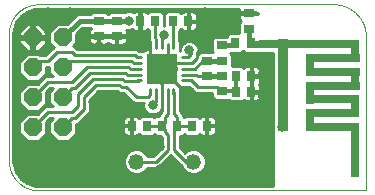
<source format=gtl>
G75*
%MOIN*%
%OFA0B0*%
%FSLAX25Y25*%
%IPPOS*%
%LPD*%
%AMOC8*
5,1,8,0,0,1.08239X$1,22.5*
%
%ADD10C,0.00000*%
%ADD11R,0.33800X0.03000*%
%ADD12R,0.02900X0.07600*%
%ADD13R,0.18000X0.02900*%
%ADD14R,0.02900X0.07500*%
%ADD15R,0.02900X0.06700*%
%ADD16R,0.17900X0.02800*%
%ADD17R,0.02800X0.07400*%
%ADD18R,0.17800X0.02900*%
%ADD19R,0.02800X0.07500*%
%ADD20R,0.17800X0.02800*%
%ADD21R,0.02900X0.18000*%
%ADD22R,0.03200X0.30600*%
%ADD23R,0.03543X0.02756*%
%ADD24R,0.02756X0.03543*%
%ADD25R,0.09900X0.09900*%
%ADD26C,0.01155*%
%ADD27C,0.00800*%
%ADD28C,0.05200*%
%ADD29OC8,0.06000*%
%ADD30C,0.01000*%
%ADD31C,0.01400*%
%ADD32C,0.01600*%
%ADD33C,0.03181*%
%ADD34C,0.01200*%
D10*
X0011350Y0008680D02*
X0120500Y0008680D01*
X0120500Y0059915D01*
X0120497Y0060175D01*
X0120487Y0060435D01*
X0120472Y0060695D01*
X0120450Y0060954D01*
X0120422Y0061212D01*
X0120387Y0061470D01*
X0120346Y0061727D01*
X0120299Y0061983D01*
X0120246Y0062238D01*
X0120187Y0062491D01*
X0120122Y0062743D01*
X0120051Y0062993D01*
X0119973Y0063241D01*
X0119890Y0063488D01*
X0119801Y0063732D01*
X0119705Y0063974D01*
X0119604Y0064214D01*
X0119498Y0064451D01*
X0119385Y0064686D01*
X0119267Y0064917D01*
X0119143Y0065146D01*
X0119014Y0065372D01*
X0118880Y0065595D01*
X0118740Y0065814D01*
X0118595Y0066030D01*
X0118444Y0066242D01*
X0118289Y0066450D01*
X0118128Y0066655D01*
X0117963Y0066856D01*
X0117793Y0067053D01*
X0117618Y0067245D01*
X0117439Y0067434D01*
X0117255Y0067618D01*
X0117066Y0067797D01*
X0116874Y0067972D01*
X0116677Y0068142D01*
X0116476Y0068307D01*
X0116271Y0068468D01*
X0116063Y0068623D01*
X0115851Y0068774D01*
X0115635Y0068919D01*
X0115416Y0069059D01*
X0115193Y0069193D01*
X0114967Y0069322D01*
X0114738Y0069446D01*
X0114507Y0069564D01*
X0114272Y0069677D01*
X0114035Y0069783D01*
X0113795Y0069884D01*
X0113553Y0069980D01*
X0113309Y0070069D01*
X0113062Y0070152D01*
X0112814Y0070230D01*
X0112564Y0070301D01*
X0112312Y0070366D01*
X0112059Y0070425D01*
X0111804Y0070478D01*
X0111548Y0070525D01*
X0111291Y0070566D01*
X0111033Y0070601D01*
X0110775Y0070629D01*
X0110516Y0070651D01*
X0110256Y0070666D01*
X0109996Y0070676D01*
X0109736Y0070679D01*
X0109736Y0070680D02*
X0011312Y0070680D01*
X0011075Y0070677D01*
X0010838Y0070669D01*
X0010601Y0070654D01*
X0010365Y0070634D01*
X0010129Y0070608D01*
X0009894Y0070577D01*
X0009660Y0070540D01*
X0009427Y0070497D01*
X0009195Y0070449D01*
X0008964Y0070395D01*
X0008734Y0070335D01*
X0008506Y0070270D01*
X0008280Y0070200D01*
X0008055Y0070124D01*
X0007833Y0070042D01*
X0007612Y0069956D01*
X0007393Y0069864D01*
X0007177Y0069766D01*
X0006963Y0069664D01*
X0006752Y0069556D01*
X0006544Y0069443D01*
X0006338Y0069326D01*
X0006135Y0069203D01*
X0005935Y0069075D01*
X0005738Y0068943D01*
X0005545Y0068806D01*
X0005355Y0068664D01*
X0005168Y0068518D01*
X0004985Y0068367D01*
X0004805Y0068212D01*
X0004630Y0068053D01*
X0004458Y0067889D01*
X0004291Y0067722D01*
X0004127Y0067550D01*
X0003968Y0067375D01*
X0003813Y0067195D01*
X0003662Y0067012D01*
X0003516Y0066825D01*
X0003374Y0066635D01*
X0003237Y0066442D01*
X0003105Y0066245D01*
X0002977Y0066045D01*
X0002854Y0065842D01*
X0002737Y0065636D01*
X0002624Y0065428D01*
X0002516Y0065217D01*
X0002414Y0065003D01*
X0002316Y0064787D01*
X0002224Y0064568D01*
X0002138Y0064347D01*
X0002056Y0064125D01*
X0001980Y0063900D01*
X0001910Y0063674D01*
X0001845Y0063446D01*
X0001785Y0063216D01*
X0001731Y0062985D01*
X0001683Y0062753D01*
X0001640Y0062520D01*
X0001603Y0062286D01*
X0001572Y0062051D01*
X0001546Y0061815D01*
X0001526Y0061579D01*
X0001511Y0061342D01*
X0001503Y0061105D01*
X0001500Y0060868D01*
X0001500Y0018530D01*
X0001503Y0018292D01*
X0001512Y0018054D01*
X0001526Y0017817D01*
X0001546Y0017579D01*
X0001572Y0017343D01*
X0001603Y0017107D01*
X0001641Y0016872D01*
X0001684Y0016638D01*
X0001732Y0016405D01*
X0001786Y0016173D01*
X0001846Y0015942D01*
X0001911Y0015713D01*
X0001982Y0015486D01*
X0002058Y0015261D01*
X0002140Y0015037D01*
X0002227Y0014816D01*
X0002320Y0014596D01*
X0002417Y0014379D01*
X0002520Y0014165D01*
X0002628Y0013952D01*
X0002741Y0013743D01*
X0002860Y0013536D01*
X0002983Y0013333D01*
X0003111Y0013132D01*
X0003244Y0012935D01*
X0003381Y0012740D01*
X0003523Y0012549D01*
X0003670Y0012362D01*
X0003821Y0012178D01*
X0003977Y0011998D01*
X0004137Y0011822D01*
X0004301Y0011650D01*
X0004470Y0011481D01*
X0004642Y0011317D01*
X0004818Y0011157D01*
X0004998Y0011001D01*
X0005182Y0010850D01*
X0005369Y0010703D01*
X0005560Y0010561D01*
X0005755Y0010424D01*
X0005952Y0010291D01*
X0006153Y0010163D01*
X0006356Y0010040D01*
X0006563Y0009921D01*
X0006772Y0009808D01*
X0006985Y0009700D01*
X0007199Y0009597D01*
X0007416Y0009500D01*
X0007636Y0009407D01*
X0007857Y0009320D01*
X0008081Y0009238D01*
X0008306Y0009162D01*
X0008533Y0009091D01*
X0008762Y0009026D01*
X0008993Y0008966D01*
X0009225Y0008912D01*
X0009458Y0008864D01*
X0009692Y0008821D01*
X0009927Y0008783D01*
X0010163Y0008752D01*
X0010399Y0008726D01*
X0010637Y0008706D01*
X0010874Y0008692D01*
X0011112Y0008683D01*
X0011350Y0008680D01*
D11*
X0101400Y0057480D03*
D12*
X0116950Y0055180D03*
D13*
X0109400Y0052830D03*
X0109400Y0048230D03*
D14*
X0101850Y0050530D03*
D15*
X0116950Y0045530D03*
D16*
X0109450Y0043580D03*
D17*
X0101900Y0041280D03*
X0101900Y0032080D03*
D18*
X0109400Y0029830D03*
X0109400Y0039030D03*
D19*
X0116900Y0036730D03*
D20*
X0109400Y0034380D03*
D21*
X0116850Y0022280D03*
D22*
X0092700Y0043680D03*
D23*
X0072431Y0041661D03*
X0072431Y0046779D03*
X0067431Y0046661D03*
X0067431Y0051779D03*
X0072460Y0051951D03*
X0072460Y0057069D03*
X0081531Y0062561D03*
X0081531Y0067679D03*
X0037500Y0065239D03*
X0031500Y0065239D03*
X0031500Y0060121D03*
X0037500Y0060121D03*
D24*
X0045210Y0065040D03*
X0050328Y0065040D03*
X0056210Y0065040D03*
X0061328Y0065040D03*
X0076972Y0057720D03*
X0082090Y0057720D03*
X0082319Y0046810D03*
X0077201Y0046810D03*
X0077201Y0041610D03*
X0082319Y0041610D03*
X0067490Y0030220D03*
X0062372Y0030220D03*
X0057490Y0030220D03*
X0052372Y0030220D03*
X0047490Y0030220D03*
X0042372Y0030220D03*
D25*
X0052431Y0049220D03*
D26*
X0059238Y0049220D02*
X0060784Y0049220D01*
X0059238Y0049220D02*
X0059238Y0049220D01*
X0060784Y0049220D01*
X0060784Y0049220D01*
X0060784Y0047279D02*
X0059238Y0047279D01*
X0060784Y0047279D02*
X0060784Y0047279D01*
X0059238Y0047279D01*
X0059238Y0047279D01*
X0059238Y0045337D02*
X0060784Y0045337D01*
X0060784Y0045337D01*
X0059238Y0045337D01*
X0059238Y0045337D01*
X0056314Y0042413D02*
X0056314Y0040867D01*
X0056314Y0040867D01*
X0056314Y0042413D01*
X0056314Y0042413D01*
X0056314Y0042021D02*
X0056314Y0042021D01*
X0054372Y0042413D02*
X0054372Y0040867D01*
X0054372Y0040867D01*
X0054372Y0042413D01*
X0054372Y0042413D01*
X0054372Y0042021D02*
X0054372Y0042021D01*
X0052431Y0042413D02*
X0052431Y0040867D01*
X0052431Y0042413D02*
X0052431Y0042413D01*
X0052431Y0040867D01*
X0052431Y0040867D01*
X0052431Y0042021D02*
X0052431Y0042021D01*
X0050489Y0042413D02*
X0050489Y0040867D01*
X0050489Y0042413D02*
X0050489Y0042413D01*
X0050489Y0040867D01*
X0050489Y0040867D01*
X0050489Y0042021D02*
X0050489Y0042021D01*
X0048548Y0042413D02*
X0048548Y0040867D01*
X0048548Y0042413D02*
X0048548Y0042413D01*
X0048548Y0040867D01*
X0048548Y0040867D01*
X0048548Y0042021D02*
X0048548Y0042021D01*
X0045623Y0045337D02*
X0044077Y0045337D01*
X0045623Y0045337D02*
X0045623Y0045337D01*
X0044077Y0045337D01*
X0044077Y0045337D01*
X0044077Y0047279D02*
X0045623Y0047279D01*
X0044077Y0047279D02*
X0044077Y0047279D01*
X0045623Y0047279D01*
X0045623Y0047279D01*
X0045623Y0049220D02*
X0044077Y0049220D01*
X0044077Y0049220D01*
X0045623Y0049220D01*
X0045623Y0049220D01*
X0045623Y0051161D02*
X0044077Y0051161D01*
X0044077Y0051161D01*
X0045623Y0051161D01*
X0045623Y0051161D01*
X0045623Y0053103D02*
X0044077Y0053103D01*
X0044077Y0053103D01*
X0045623Y0053103D01*
X0045623Y0053103D01*
X0048548Y0056027D02*
X0048548Y0057573D01*
X0048548Y0056027D02*
X0048548Y0056027D01*
X0048548Y0057573D01*
X0048548Y0057573D01*
X0048548Y0057181D02*
X0048548Y0057181D01*
X0050489Y0057573D02*
X0050489Y0056027D01*
X0050489Y0056027D01*
X0050489Y0057573D01*
X0050489Y0057573D01*
X0050489Y0057181D02*
X0050489Y0057181D01*
X0052431Y0057573D02*
X0052431Y0056027D01*
X0052431Y0056027D01*
X0052431Y0057573D01*
X0052431Y0057573D01*
X0052431Y0057181D02*
X0052431Y0057181D01*
X0054372Y0057573D02*
X0054372Y0056027D01*
X0054372Y0057573D02*
X0054372Y0057573D01*
X0054372Y0056027D01*
X0054372Y0056027D01*
X0054372Y0057181D02*
X0054372Y0057181D01*
X0056314Y0057573D02*
X0056314Y0056027D01*
X0056314Y0056027D01*
X0056314Y0057573D01*
X0056314Y0057573D01*
X0056314Y0057181D02*
X0056314Y0057181D01*
X0059238Y0053103D02*
X0060784Y0053103D01*
X0059238Y0053103D02*
X0059238Y0053103D01*
X0060784Y0053103D01*
X0060784Y0053103D01*
X0060784Y0051161D02*
X0059238Y0051161D01*
X0059238Y0051161D01*
X0060784Y0051161D01*
X0060784Y0051161D01*
D27*
X0079831Y0035020D03*
X0082231Y0035220D03*
D28*
X0062931Y0018220D03*
X0043931Y0018220D03*
D29*
X0019500Y0029680D03*
X0009500Y0029680D03*
X0009500Y0039680D03*
X0019500Y0039680D03*
X0019500Y0049680D03*
X0009500Y0049680D03*
X0009500Y0059680D03*
X0019500Y0059680D03*
D30*
X0015000Y0059614D02*
X0010000Y0059614D01*
X0010000Y0059180D02*
X0010000Y0060180D01*
X0009000Y0060180D01*
X0009000Y0064180D01*
X0007636Y0064180D01*
X0005000Y0061544D01*
X0005000Y0060180D01*
X0009000Y0060180D01*
X0009000Y0059180D01*
X0005000Y0059180D01*
X0005000Y0057816D01*
X0007636Y0055180D01*
X0009000Y0055180D01*
X0009000Y0059180D01*
X0010000Y0059180D01*
X0014000Y0059180D01*
X0014000Y0057816D01*
X0011364Y0055180D01*
X0010000Y0055180D01*
X0010000Y0059180D01*
X0010000Y0058616D02*
X0009000Y0058616D01*
X0009000Y0057617D02*
X0010000Y0057617D01*
X0010000Y0056619D02*
X0009000Y0056619D01*
X0009000Y0055620D02*
X0010000Y0055620D01*
X0011804Y0055620D02*
X0015612Y0055620D01*
X0016404Y0056412D02*
X0013672Y0053680D01*
X0011864Y0053680D01*
X0011364Y0054180D01*
X0007636Y0054180D01*
X0005000Y0051544D01*
X0005000Y0047816D01*
X0007636Y0045180D01*
X0011364Y0045180D01*
X0014000Y0047816D01*
X0014000Y0049680D01*
X0015000Y0049680D01*
X0015000Y0047816D01*
X0016136Y0046680D01*
X0013672Y0046680D01*
X0011172Y0044180D01*
X0007636Y0044180D01*
X0005000Y0041544D01*
X0005000Y0037816D01*
X0007636Y0035180D01*
X0011364Y0035180D01*
X0014000Y0037816D01*
X0014000Y0041351D01*
X0015328Y0042680D01*
X0016136Y0042680D01*
X0015000Y0041544D01*
X0015000Y0037816D01*
X0016136Y0036680D01*
X0013672Y0036680D01*
X0011172Y0034180D01*
X0007636Y0034180D01*
X0005000Y0031544D01*
X0005000Y0027816D01*
X0007636Y0025180D01*
X0011364Y0025180D01*
X0014000Y0027816D01*
X0014000Y0031351D01*
X0015328Y0032680D01*
X0016136Y0032680D01*
X0015000Y0031544D01*
X0015000Y0027816D01*
X0017636Y0025180D01*
X0021364Y0025180D01*
X0024000Y0027816D01*
X0024000Y0030680D01*
X0024328Y0030680D01*
X0025500Y0031851D01*
X0028500Y0034851D01*
X0028500Y0038851D01*
X0031328Y0041680D01*
X0037672Y0041680D01*
X0038072Y0041280D01*
X0039672Y0041280D01*
X0043272Y0037680D01*
X0046359Y0037680D01*
X0046340Y0037635D01*
X0046340Y0036405D01*
X0046811Y0035269D01*
X0047680Y0034400D01*
X0048816Y0033929D01*
X0050045Y0033929D01*
X0051181Y0034400D01*
X0052051Y0035269D01*
X0052431Y0036187D01*
X0052431Y0035048D01*
X0051431Y0034048D01*
X0051431Y0033491D01*
X0050372Y0033491D01*
X0049931Y0033050D01*
X0049489Y0033491D01*
X0045490Y0033491D01*
X0044931Y0032932D01*
X0044671Y0033192D01*
X0044329Y0033389D01*
X0043947Y0033491D01*
X0042561Y0033491D01*
X0042561Y0030409D01*
X0042183Y0030409D01*
X0042183Y0033491D01*
X0040796Y0033491D01*
X0040415Y0033389D01*
X0040073Y0033192D01*
X0039793Y0032913D01*
X0039596Y0032570D01*
X0039494Y0032189D01*
X0039494Y0030409D01*
X0042183Y0030409D01*
X0042183Y0030031D01*
X0042561Y0030031D01*
X0042561Y0026948D01*
X0043947Y0026948D01*
X0044329Y0027050D01*
X0044671Y0027248D01*
X0044931Y0027508D01*
X0045490Y0026948D01*
X0049489Y0026948D01*
X0049931Y0027390D01*
X0050372Y0026948D01*
X0051874Y0026948D01*
X0052431Y0026391D01*
X0052431Y0023048D01*
X0049602Y0020220D01*
X0047540Y0020220D01*
X0047407Y0020542D01*
X0046253Y0021696D01*
X0044746Y0022320D01*
X0043115Y0022320D01*
X0041608Y0021696D01*
X0040455Y0020542D01*
X0039831Y0019035D01*
X0039831Y0017404D01*
X0040455Y0015897D01*
X0041608Y0014744D01*
X0043115Y0014120D01*
X0044746Y0014120D01*
X0046253Y0014744D01*
X0047407Y0015897D01*
X0047540Y0016220D01*
X0051259Y0016220D01*
X0055431Y0020391D01*
X0055602Y0020220D01*
X0059123Y0016699D01*
X0059455Y0015897D01*
X0060608Y0014744D01*
X0062115Y0014120D01*
X0063746Y0014120D01*
X0065253Y0014744D01*
X0066407Y0015897D01*
X0067031Y0017404D01*
X0067031Y0019035D01*
X0066407Y0020542D01*
X0065253Y0021696D01*
X0063746Y0022320D01*
X0062115Y0022320D01*
X0060608Y0021696D01*
X0060196Y0021283D01*
X0058431Y0023048D01*
X0058431Y0026948D01*
X0059489Y0026948D01*
X0059931Y0027390D01*
X0060372Y0026948D01*
X0064371Y0026948D01*
X0064931Y0027508D01*
X0065191Y0027248D01*
X0065533Y0027050D01*
X0065914Y0026948D01*
X0067301Y0026948D01*
X0067301Y0030031D01*
X0067679Y0030031D01*
X0067679Y0030409D01*
X0070368Y0030409D01*
X0070368Y0032189D01*
X0070265Y0032570D01*
X0070068Y0032913D01*
X0069789Y0033192D01*
X0069447Y0033389D01*
X0069065Y0033491D01*
X0067679Y0033491D01*
X0067679Y0030409D01*
X0067301Y0030409D01*
X0067301Y0033491D01*
X0065914Y0033491D01*
X0065533Y0033389D01*
X0065191Y0033192D01*
X0064931Y0032932D01*
X0064371Y0033491D01*
X0060372Y0033491D01*
X0059931Y0033050D01*
X0059489Y0033491D01*
X0059431Y0033491D01*
X0059431Y0034048D01*
X0058431Y0035048D01*
X0058431Y0042351D01*
X0058391Y0042390D01*
X0058391Y0043159D01*
X0058492Y0043260D01*
X0061563Y0043260D01*
X0062431Y0042391D01*
X0063602Y0041220D01*
X0069159Y0041220D01*
X0069159Y0039662D01*
X0070038Y0038783D01*
X0074757Y0038783D01*
X0075202Y0038339D01*
X0079200Y0038339D01*
X0079760Y0038899D01*
X0080020Y0038638D01*
X0080362Y0038441D01*
X0080743Y0038339D01*
X0082130Y0038339D01*
X0082130Y0041421D01*
X0082508Y0041421D01*
X0082508Y0038339D01*
X0083894Y0038339D01*
X0084276Y0038441D01*
X0084618Y0038638D01*
X0084897Y0038918D01*
X0085095Y0039260D01*
X0085197Y0039641D01*
X0085197Y0041421D01*
X0082508Y0041421D01*
X0082508Y0041799D01*
X0085197Y0041799D01*
X0085197Y0043580D01*
X0085095Y0043961D01*
X0084951Y0044210D01*
X0085095Y0044460D01*
X0085197Y0044841D01*
X0085197Y0046621D01*
X0082508Y0046621D01*
X0082508Y0043539D01*
X0082508Y0041799D01*
X0082130Y0041799D01*
X0082130Y0046621D01*
X0082508Y0046621D01*
X0082508Y0046999D01*
X0085197Y0046999D01*
X0085197Y0048780D01*
X0085095Y0049161D01*
X0084897Y0049503D01*
X0084618Y0049782D01*
X0084276Y0049980D01*
X0083894Y0050082D01*
X0082508Y0050082D01*
X0082508Y0046999D01*
X0082130Y0046999D01*
X0082130Y0050082D01*
X0080743Y0050082D01*
X0080362Y0049980D01*
X0080020Y0049782D01*
X0079760Y0049522D01*
X0079200Y0050082D01*
X0075731Y0050082D01*
X0075731Y0053951D01*
X0075234Y0054448D01*
X0078971Y0054448D01*
X0079531Y0055008D01*
X0080090Y0054448D01*
X0084089Y0054448D01*
X0084121Y0054480D01*
X0089500Y0054480D01*
X0089500Y0010180D01*
X0011350Y0010180D01*
X0010044Y0010282D01*
X0007559Y0011090D01*
X0005446Y0012625D01*
X0003910Y0014739D01*
X0003103Y0017223D01*
X0003000Y0018530D01*
X0003000Y0060868D01*
X0003102Y0062168D01*
X0003906Y0064641D01*
X0005434Y0066745D01*
X0007538Y0068274D01*
X0010011Y0069077D01*
X0011312Y0069180D01*
X0078259Y0069180D01*
X0078259Y0067868D01*
X0081342Y0067868D01*
X0081342Y0067490D01*
X0078259Y0067490D01*
X0078259Y0066103D01*
X0078361Y0065722D01*
X0078559Y0065380D01*
X0078819Y0065120D01*
X0078259Y0064560D01*
X0078259Y0060991D01*
X0074972Y0060991D01*
X0074094Y0060113D01*
X0074094Y0059947D01*
X0070067Y0059947D01*
X0069188Y0059069D01*
X0069188Y0055070D01*
X0069602Y0054657D01*
X0065038Y0054657D01*
X0064463Y0054082D01*
X0064721Y0054705D01*
X0064721Y0055935D01*
X0064251Y0057070D01*
X0063381Y0057940D01*
X0062245Y0058410D01*
X0061016Y0058410D01*
X0059880Y0057940D01*
X0059011Y0057070D01*
X0058540Y0055935D01*
X0058540Y0055180D01*
X0058491Y0055180D01*
X0058391Y0055281D01*
X0058391Y0058433D01*
X0058210Y0058614D01*
X0058210Y0061769D01*
X0058769Y0062328D01*
X0059029Y0062068D01*
X0059371Y0061870D01*
X0059753Y0061768D01*
X0061139Y0061768D01*
X0061139Y0064850D01*
X0061517Y0064850D01*
X0061517Y0061768D01*
X0062904Y0061768D01*
X0063285Y0061870D01*
X0063627Y0062068D01*
X0063907Y0062347D01*
X0064104Y0062689D01*
X0064206Y0063070D01*
X0064206Y0064851D01*
X0061517Y0064851D01*
X0061517Y0065229D01*
X0061139Y0065229D01*
X0061139Y0068311D01*
X0059753Y0068311D01*
X0059371Y0068209D01*
X0059029Y0068011D01*
X0058769Y0067751D01*
X0058210Y0068311D01*
X0054211Y0068311D01*
X0053332Y0067433D01*
X0053332Y0063610D01*
X0053206Y0063610D01*
X0053206Y0067433D01*
X0052328Y0068311D01*
X0048329Y0068311D01*
X0047769Y0067751D01*
X0047509Y0068011D01*
X0047167Y0068209D01*
X0046786Y0068311D01*
X0045399Y0068311D01*
X0045399Y0065229D01*
X0045021Y0065229D01*
X0045021Y0068311D01*
X0043635Y0068311D01*
X0043253Y0068209D01*
X0042911Y0068011D01*
X0042869Y0067969D01*
X0042045Y0068310D01*
X0040816Y0068310D01*
X0040026Y0067983D01*
X0039893Y0068117D01*
X0035107Y0068117D01*
X0034529Y0067539D01*
X0034471Y0067539D01*
X0033893Y0068117D01*
X0029107Y0068117D01*
X0028529Y0067539D01*
X0024106Y0067539D01*
X0020747Y0064180D01*
X0017636Y0064180D01*
X0015000Y0061544D01*
X0015000Y0057816D01*
X0016404Y0056412D01*
X0016197Y0056619D02*
X0012803Y0056619D01*
X0013801Y0057617D02*
X0015199Y0057617D01*
X0015000Y0058616D02*
X0014000Y0058616D01*
X0014000Y0060180D02*
X0010000Y0060180D01*
X0010000Y0064180D01*
X0011364Y0064180D01*
X0014000Y0061544D01*
X0014000Y0060180D01*
X0014000Y0060613D02*
X0015000Y0060613D01*
X0015068Y0061611D02*
X0013932Y0061611D01*
X0012934Y0062610D02*
X0016066Y0062610D01*
X0017065Y0063608D02*
X0011935Y0063608D01*
X0010000Y0063608D02*
X0009000Y0063608D01*
X0009000Y0062610D02*
X0010000Y0062610D01*
X0010000Y0061611D02*
X0009000Y0061611D01*
X0009000Y0060613D02*
X0010000Y0060613D01*
X0009000Y0059614D02*
X0003000Y0059614D01*
X0003000Y0060613D02*
X0005000Y0060613D01*
X0005068Y0061611D02*
X0003058Y0061611D01*
X0003246Y0062610D02*
X0006066Y0062610D01*
X0007065Y0063608D02*
X0003570Y0063608D01*
X0003895Y0064607D02*
X0021174Y0064607D01*
X0022173Y0065605D02*
X0004606Y0065605D01*
X0005332Y0066604D02*
X0023171Y0066604D01*
X0026012Y0062939D02*
X0028529Y0062939D01*
X0028788Y0062680D01*
X0028528Y0062420D01*
X0028331Y0062078D01*
X0028228Y0061696D01*
X0028228Y0060310D01*
X0031311Y0060310D01*
X0031311Y0059932D01*
X0028228Y0059932D01*
X0028228Y0058545D01*
X0028331Y0058164D01*
X0028528Y0057822D01*
X0028807Y0057542D01*
X0029149Y0057345D01*
X0029531Y0057243D01*
X0031311Y0057243D01*
X0031311Y0059932D01*
X0031689Y0059932D01*
X0031689Y0060310D01*
X0037311Y0060310D01*
X0037311Y0059932D01*
X0034228Y0059932D01*
X0031689Y0059932D01*
X0031689Y0057243D01*
X0033469Y0057243D01*
X0033851Y0057345D01*
X0034193Y0057542D01*
X0034472Y0057822D01*
X0034500Y0057870D01*
X0034528Y0057822D01*
X0034807Y0057542D01*
X0035149Y0057345D01*
X0035531Y0057243D01*
X0037311Y0057243D01*
X0037311Y0059932D01*
X0037689Y0059932D01*
X0037689Y0060310D01*
X0040772Y0060310D01*
X0040772Y0061696D01*
X0040669Y0062078D01*
X0040584Y0062225D01*
X0040816Y0062129D01*
X0042045Y0062129D01*
X0042620Y0062367D01*
X0042632Y0062347D01*
X0042911Y0062068D01*
X0043253Y0061870D01*
X0043635Y0061768D01*
X0045021Y0061768D01*
X0045021Y0064850D01*
X0045399Y0064850D01*
X0045399Y0061768D01*
X0046786Y0061768D01*
X0047167Y0061870D01*
X0047509Y0062068D01*
X0047769Y0062328D01*
X0048328Y0061769D01*
X0048328Y0058494D01*
X0048411Y0058411D01*
X0048411Y0055670D01*
X0047283Y0055670D01*
X0046902Y0055568D01*
X0046560Y0055370D01*
X0046370Y0055180D01*
X0044828Y0055180D01*
X0044328Y0055680D01*
X0024328Y0055680D01*
X0023328Y0056680D01*
X0022864Y0056680D01*
X0024000Y0057816D01*
X0024000Y0060927D01*
X0026012Y0062939D01*
X0025683Y0062610D02*
X0028718Y0062610D01*
X0028228Y0061611D02*
X0024684Y0061611D01*
X0024000Y0060613D02*
X0028228Y0060613D01*
X0028228Y0059614D02*
X0024000Y0059614D01*
X0024000Y0058616D02*
X0028228Y0058616D01*
X0028733Y0057617D02*
X0023801Y0057617D01*
X0023389Y0056619D02*
X0048411Y0056619D01*
X0048531Y0056783D02*
X0048531Y0053120D01*
X0052431Y0049220D01*
X0050371Y0051280D01*
X0050300Y0051280D01*
X0050300Y0047280D01*
X0051931Y0047632D02*
X0052931Y0047632D01*
X0052931Y0046634D02*
X0051931Y0046634D01*
X0052431Y0046120D02*
X0053140Y0046120D01*
X0054300Y0047280D01*
X0052931Y0048631D02*
X0051931Y0048631D01*
X0051931Y0048720D02*
X0051931Y0044429D01*
X0052157Y0044490D01*
X0052431Y0044490D01*
X0052431Y0043409D01*
X0052431Y0043409D01*
X0052431Y0043409D01*
X0052431Y0044490D01*
X0052704Y0044490D01*
X0052931Y0044429D01*
X0052931Y0048720D01*
X0057161Y0048720D01*
X0057161Y0049720D01*
X0052931Y0049720D01*
X0052931Y0048720D01*
X0051931Y0048720D01*
X0047700Y0048720D01*
X0047700Y0049720D01*
X0051931Y0049720D01*
X0051931Y0053950D01*
X0052931Y0053950D01*
X0052931Y0049720D01*
X0051931Y0049720D01*
X0051931Y0048720D01*
X0052431Y0049220D02*
X0052431Y0046120D01*
X0052831Y0045720D01*
X0052431Y0045320D01*
X0052431Y0041640D01*
X0052431Y0035220D01*
X0051431Y0034220D01*
X0043431Y0034220D01*
X0041500Y0036151D01*
X0041500Y0036680D01*
X0042306Y0038645D02*
X0028500Y0038645D01*
X0028500Y0037647D02*
X0046345Y0037647D01*
X0046340Y0036648D02*
X0028500Y0036648D01*
X0028500Y0035650D02*
X0046653Y0035650D01*
X0047428Y0034651D02*
X0028300Y0034651D01*
X0027302Y0033653D02*
X0051431Y0033653D01*
X0051433Y0034651D02*
X0052034Y0034651D01*
X0052208Y0035650D02*
X0052431Y0035650D01*
X0054431Y0034220D02*
X0053431Y0033220D01*
X0053431Y0031279D01*
X0052372Y0030220D01*
X0047490Y0030220D01*
X0052372Y0030220D02*
X0053431Y0029161D01*
X0053431Y0028220D01*
X0054431Y0027220D01*
X0054431Y0022220D01*
X0050431Y0018220D01*
X0043931Y0018220D01*
X0040131Y0016678D02*
X0003280Y0016678D01*
X0003604Y0015680D02*
X0040673Y0015680D01*
X0041760Y0014681D02*
X0003952Y0014681D01*
X0004677Y0013683D02*
X0089500Y0013683D01*
X0089500Y0012684D02*
X0005403Y0012684D01*
X0006739Y0011686D02*
X0089500Y0011686D01*
X0089500Y0010687D02*
X0008798Y0010687D01*
X0003067Y0017677D02*
X0039831Y0017677D01*
X0039831Y0018675D02*
X0003000Y0018675D01*
X0003000Y0019674D02*
X0040095Y0019674D01*
X0040585Y0020672D02*
X0003000Y0020672D01*
X0003000Y0021671D02*
X0041583Y0021671D01*
X0046278Y0021671D02*
X0051053Y0021671D01*
X0052052Y0022669D02*
X0003000Y0022669D01*
X0003000Y0023668D02*
X0052431Y0023668D01*
X0052431Y0024666D02*
X0003000Y0024666D01*
X0003000Y0025665D02*
X0007151Y0025665D01*
X0006152Y0026663D02*
X0003000Y0026663D01*
X0003000Y0027662D02*
X0005154Y0027662D01*
X0005000Y0028660D02*
X0003000Y0028660D01*
X0003000Y0029659D02*
X0005000Y0029659D01*
X0005000Y0030657D02*
X0003000Y0030657D01*
X0003000Y0031656D02*
X0005112Y0031656D01*
X0006111Y0032654D02*
X0003000Y0032654D01*
X0003000Y0033653D02*
X0007109Y0033653D01*
X0007166Y0035650D02*
X0003000Y0035650D01*
X0003000Y0034651D02*
X0011643Y0034651D01*
X0011834Y0035650D02*
X0012642Y0035650D01*
X0014500Y0034680D02*
X0009500Y0029680D01*
X0012848Y0026663D02*
X0016152Y0026663D01*
X0015154Y0027662D02*
X0013846Y0027662D01*
X0014000Y0028660D02*
X0015000Y0028660D01*
X0015000Y0029659D02*
X0014000Y0029659D01*
X0014000Y0030657D02*
X0015000Y0030657D01*
X0015112Y0031656D02*
X0014305Y0031656D01*
X0015303Y0032654D02*
X0016111Y0032654D01*
X0014500Y0034680D02*
X0022500Y0034680D01*
X0024500Y0036680D01*
X0024500Y0040680D01*
X0029500Y0045680D01*
X0039500Y0045680D01*
X0039960Y0045220D01*
X0044733Y0045220D01*
X0044850Y0045337D01*
X0044792Y0047220D02*
X0040960Y0047220D01*
X0040500Y0047680D01*
X0028500Y0047680D01*
X0023500Y0042680D01*
X0022500Y0042680D01*
X0019500Y0039680D01*
X0015000Y0039644D02*
X0014000Y0039644D01*
X0014000Y0040642D02*
X0015000Y0040642D01*
X0015097Y0041641D02*
X0014290Y0041641D01*
X0015288Y0042639D02*
X0016096Y0042639D01*
X0014500Y0044680D02*
X0009500Y0039680D01*
X0005000Y0039644D02*
X0003000Y0039644D01*
X0003000Y0040642D02*
X0005000Y0040642D01*
X0005097Y0041641D02*
X0003000Y0041641D01*
X0003000Y0042639D02*
X0006096Y0042639D01*
X0007094Y0043638D02*
X0003000Y0043638D01*
X0003000Y0044637D02*
X0011628Y0044637D01*
X0011819Y0045635D02*
X0012627Y0045635D01*
X0014500Y0044680D02*
X0022500Y0044680D01*
X0027500Y0049680D01*
X0041500Y0049680D01*
X0041960Y0049220D01*
X0044850Y0049220D01*
X0044850Y0047279D02*
X0044792Y0047220D01*
X0047700Y0049629D02*
X0051931Y0049629D01*
X0052431Y0049220D02*
X0052431Y0050120D01*
X0054431Y0052120D01*
X0054431Y0056741D01*
X0054372Y0056800D01*
X0052431Y0056800D02*
X0052431Y0059720D01*
X0053231Y0060520D01*
X0050431Y0059220D02*
X0050328Y0059322D01*
X0050328Y0065040D01*
X0053206Y0064607D02*
X0053332Y0064607D01*
X0053332Y0065605D02*
X0053206Y0065605D01*
X0053206Y0066604D02*
X0053332Y0066604D01*
X0053502Y0067602D02*
X0053037Y0067602D01*
X0056210Y0065040D02*
X0056210Y0056904D01*
X0056314Y0056800D01*
X0058391Y0056619D02*
X0058824Y0056619D01*
X0058540Y0055620D02*
X0058391Y0055620D01*
X0058391Y0057617D02*
X0059557Y0057617D01*
X0058210Y0058616D02*
X0069188Y0058616D01*
X0069188Y0057617D02*
X0063704Y0057617D01*
X0064438Y0056619D02*
X0069188Y0056619D01*
X0069188Y0055620D02*
X0064721Y0055620D01*
X0065495Y0056084D02*
X0061328Y0060251D01*
X0061328Y0065040D01*
X0061517Y0065229D02*
X0061517Y0068311D01*
X0062904Y0068311D01*
X0063285Y0068209D01*
X0063627Y0068011D01*
X0063907Y0067732D01*
X0064104Y0067390D01*
X0064206Y0067009D01*
X0064206Y0065229D01*
X0061517Y0065229D01*
X0061517Y0065605D02*
X0061139Y0065605D01*
X0061139Y0066604D02*
X0061517Y0066604D01*
X0061517Y0067602D02*
X0061139Y0067602D01*
X0063982Y0067602D02*
X0081342Y0067602D01*
X0081720Y0067602D02*
X0084500Y0067602D01*
X0084500Y0067490D02*
X0081720Y0067490D01*
X0081720Y0067868D01*
X0084500Y0067868D01*
X0084500Y0067490D01*
X0078259Y0066604D02*
X0064206Y0066604D01*
X0064206Y0065605D02*
X0078429Y0065605D01*
X0078306Y0064607D02*
X0064206Y0064607D01*
X0064206Y0063608D02*
X0078259Y0063608D01*
X0078259Y0062610D02*
X0064058Y0062610D01*
X0061517Y0062610D02*
X0061139Y0062610D01*
X0061139Y0063608D02*
X0061517Y0063608D01*
X0061517Y0064607D02*
X0061139Y0064607D01*
X0058210Y0061611D02*
X0078259Y0061611D01*
X0074594Y0060613D02*
X0058210Y0060613D01*
X0058210Y0059614D02*
X0069734Y0059614D01*
X0065931Y0056520D02*
X0065495Y0056084D01*
X0064231Y0054820D01*
X0064231Y0052920D01*
X0062431Y0051120D01*
X0060052Y0051120D01*
X0060011Y0051161D01*
X0055989Y0051161D01*
X0055931Y0051220D01*
X0054431Y0051220D01*
X0052431Y0049220D01*
X0052931Y0049629D02*
X0057161Y0049629D01*
X0060011Y0049220D02*
X0063431Y0049220D01*
X0065990Y0051779D01*
X0067431Y0051779D01*
X0065003Y0054622D02*
X0064687Y0054622D01*
X0062231Y0054720D02*
X0062231Y0054020D01*
X0061314Y0053103D01*
X0060011Y0053103D01*
X0061631Y0055320D02*
X0062231Y0054720D01*
X0052931Y0053623D02*
X0051931Y0053623D01*
X0051931Y0052625D02*
X0052931Y0052625D01*
X0052931Y0051626D02*
X0051931Y0051626D01*
X0051931Y0050628D02*
X0052931Y0050628D01*
X0048531Y0053120D02*
X0048514Y0053103D01*
X0044850Y0053103D02*
X0044077Y0053103D01*
X0043500Y0053680D01*
X0023500Y0053680D01*
X0022500Y0054680D01*
X0017500Y0054680D01*
X0014500Y0051680D01*
X0011500Y0051680D01*
X0009500Y0049680D01*
X0005000Y0049629D02*
X0003000Y0049629D01*
X0003000Y0050628D02*
X0005000Y0050628D01*
X0005082Y0051626D02*
X0003000Y0051626D01*
X0003000Y0052625D02*
X0006081Y0052625D01*
X0007079Y0053623D02*
X0003000Y0053623D01*
X0003000Y0054622D02*
X0014614Y0054622D01*
X0015000Y0049629D02*
X0014000Y0049629D01*
X0014000Y0048631D02*
X0015000Y0048631D01*
X0015184Y0047632D02*
X0013816Y0047632D01*
X0013625Y0046634D02*
X0012818Y0046634D01*
X0007181Y0045635D02*
X0003000Y0045635D01*
X0003000Y0046634D02*
X0006182Y0046634D01*
X0005184Y0047632D02*
X0003000Y0047632D01*
X0003000Y0048631D02*
X0005000Y0048631D01*
X0003000Y0055620D02*
X0007196Y0055620D01*
X0006197Y0056619D02*
X0003000Y0056619D01*
X0003000Y0057617D02*
X0005199Y0057617D01*
X0005000Y0058616D02*
X0003000Y0058616D01*
X0006614Y0067602D02*
X0028593Y0067602D01*
X0034407Y0067602D02*
X0034593Y0067602D01*
X0040772Y0061611D02*
X0048328Y0061611D01*
X0048328Y0060613D02*
X0040772Y0060613D01*
X0040772Y0059932D02*
X0037689Y0059932D01*
X0037689Y0057243D01*
X0039469Y0057243D01*
X0039851Y0057345D01*
X0040193Y0057542D01*
X0040472Y0057822D01*
X0040669Y0058164D01*
X0040772Y0058545D01*
X0040772Y0059932D01*
X0040772Y0059614D02*
X0048328Y0059614D01*
X0050431Y0059220D02*
X0050431Y0056858D01*
X0050489Y0056800D01*
X0048548Y0056800D02*
X0048548Y0058303D01*
X0045210Y0061640D01*
X0045210Y0065040D01*
X0045021Y0064607D02*
X0045399Y0064607D01*
X0045399Y0063608D02*
X0045021Y0063608D01*
X0045021Y0062610D02*
X0045399Y0062610D01*
X0045399Y0065605D02*
X0045021Y0065605D01*
X0045021Y0066604D02*
X0045399Y0066604D01*
X0045399Y0067602D02*
X0045021Y0067602D01*
X0037689Y0059614D02*
X0037311Y0059614D01*
X0037311Y0058616D02*
X0037689Y0058616D01*
X0037689Y0057617D02*
X0037311Y0057617D01*
X0034733Y0057617D02*
X0034267Y0057617D01*
X0031689Y0057617D02*
X0031311Y0057617D01*
X0031500Y0056680D02*
X0031500Y0060121D01*
X0031311Y0059614D02*
X0031689Y0059614D01*
X0031689Y0058616D02*
X0031311Y0058616D01*
X0040267Y0057617D02*
X0048411Y0057617D01*
X0048548Y0056800D02*
X0048531Y0056783D01*
X0047098Y0055620D02*
X0044388Y0055620D01*
X0040772Y0058616D02*
X0048328Y0058616D01*
X0044850Y0051161D02*
X0043019Y0051161D01*
X0042500Y0051680D01*
X0021500Y0051680D01*
X0019500Y0049680D01*
X0026500Y0039680D02*
X0030500Y0043680D01*
X0038500Y0043680D01*
X0038900Y0043280D01*
X0040500Y0043280D01*
X0044100Y0039680D01*
X0047900Y0039680D01*
X0048548Y0040327D01*
X0048548Y0041640D01*
X0050489Y0041640D02*
X0050489Y0038079D01*
X0049431Y0037020D01*
X0054431Y0034220D02*
X0054431Y0041581D01*
X0054372Y0041640D01*
X0056314Y0041640D02*
X0056431Y0041523D01*
X0056431Y0034220D01*
X0057431Y0033220D01*
X0057431Y0030279D01*
X0057490Y0030220D01*
X0062372Y0030220D01*
X0057490Y0030220D02*
X0056431Y0029161D01*
X0056431Y0022220D01*
X0060431Y0018220D01*
X0062931Y0018220D01*
X0066730Y0016678D02*
X0089500Y0016678D01*
X0089500Y0015680D02*
X0066189Y0015680D01*
X0065101Y0014681D02*
X0089500Y0014681D01*
X0089500Y0017677D02*
X0067031Y0017677D01*
X0067031Y0018675D02*
X0089500Y0018675D01*
X0089500Y0019674D02*
X0066766Y0019674D01*
X0066277Y0020672D02*
X0089500Y0020672D01*
X0089500Y0021671D02*
X0065278Y0021671D01*
X0060583Y0021671D02*
X0059808Y0021671D01*
X0058810Y0022669D02*
X0089500Y0022669D01*
X0089500Y0023668D02*
X0058431Y0023668D01*
X0058431Y0024666D02*
X0089500Y0024666D01*
X0089500Y0025665D02*
X0058431Y0025665D01*
X0058431Y0026663D02*
X0089500Y0026663D01*
X0089500Y0027662D02*
X0070146Y0027662D01*
X0070068Y0027527D02*
X0070265Y0027869D01*
X0070368Y0028251D01*
X0070368Y0030031D01*
X0067679Y0030031D01*
X0067679Y0026948D01*
X0069065Y0026948D01*
X0069447Y0027050D01*
X0069789Y0027248D01*
X0070068Y0027527D01*
X0070368Y0028660D02*
X0089500Y0028660D01*
X0089500Y0029659D02*
X0070368Y0029659D01*
X0070368Y0030657D02*
X0089500Y0030657D01*
X0089500Y0031656D02*
X0070368Y0031656D01*
X0070217Y0032654D02*
X0089500Y0032654D01*
X0089500Y0033653D02*
X0059431Y0033653D01*
X0059431Y0034220D02*
X0059031Y0034620D01*
X0059031Y0042620D01*
X0056031Y0045620D01*
X0056031Y0045720D01*
X0052831Y0045720D01*
X0052931Y0045635D02*
X0051931Y0045635D01*
X0051931Y0044637D02*
X0052931Y0044637D01*
X0052431Y0043638D02*
X0052431Y0043638D01*
X0058391Y0042639D02*
X0062183Y0042639D01*
X0063181Y0041641D02*
X0058431Y0041641D01*
X0058431Y0040642D02*
X0069159Y0040642D01*
X0069177Y0039644D02*
X0058431Y0039644D01*
X0058431Y0038645D02*
X0074895Y0038645D01*
X0072431Y0041661D02*
X0070872Y0043220D01*
X0064431Y0043220D01*
X0062313Y0045337D01*
X0060011Y0045337D01*
X0060070Y0047220D02*
X0063831Y0047220D01*
X0064390Y0046661D01*
X0067431Y0046661D01*
X0060070Y0047220D02*
X0060011Y0047279D01*
X0058431Y0037647D02*
X0089500Y0037647D01*
X0089500Y0038645D02*
X0084625Y0038645D01*
X0085197Y0039644D02*
X0089500Y0039644D01*
X0089500Y0040642D02*
X0085197Y0040642D01*
X0082508Y0040642D02*
X0082130Y0040642D01*
X0082130Y0039644D02*
X0082508Y0039644D01*
X0082508Y0038645D02*
X0082130Y0038645D01*
X0080013Y0038645D02*
X0079507Y0038645D01*
X0082508Y0041641D02*
X0089500Y0041641D01*
X0089500Y0042639D02*
X0085197Y0042639D01*
X0085181Y0043638D02*
X0089500Y0043638D01*
X0089500Y0044637D02*
X0085142Y0044637D01*
X0085197Y0045635D02*
X0089500Y0045635D01*
X0089500Y0046634D02*
X0082508Y0046634D01*
X0082508Y0047632D02*
X0082130Y0047632D01*
X0082130Y0048631D02*
X0082508Y0048631D01*
X0082508Y0049629D02*
X0082130Y0049629D01*
X0079867Y0049629D02*
X0079653Y0049629D01*
X0075731Y0050628D02*
X0089500Y0050628D01*
X0089500Y0051626D02*
X0075731Y0051626D01*
X0075731Y0052625D02*
X0089500Y0052625D01*
X0089500Y0053623D02*
X0075731Y0053623D01*
X0079144Y0054622D02*
X0079917Y0054622D01*
X0084771Y0049629D02*
X0089500Y0049629D01*
X0089500Y0048631D02*
X0085197Y0048631D01*
X0085197Y0047632D02*
X0089500Y0047632D01*
X0082508Y0045635D02*
X0082130Y0045635D01*
X0082130Y0044637D02*
X0082508Y0044637D01*
X0082508Y0043638D02*
X0082130Y0043638D01*
X0082130Y0042639D02*
X0082508Y0042639D01*
X0089500Y0036648D02*
X0058431Y0036648D01*
X0058431Y0035650D02*
X0089500Y0035650D01*
X0089500Y0034651D02*
X0058828Y0034651D01*
X0059431Y0034220D02*
X0066431Y0034220D01*
X0067431Y0033220D01*
X0067431Y0030279D01*
X0067490Y0030220D01*
X0067301Y0030657D02*
X0067679Y0030657D01*
X0067679Y0031656D02*
X0067301Y0031656D01*
X0067301Y0032654D02*
X0067679Y0032654D01*
X0067679Y0029659D02*
X0067301Y0029659D01*
X0067301Y0028660D02*
X0067679Y0028660D01*
X0067679Y0027662D02*
X0067301Y0027662D01*
X0056148Y0019674D02*
X0054713Y0019674D01*
X0053715Y0018675D02*
X0057147Y0018675D01*
X0058145Y0017677D02*
X0052716Y0017677D01*
X0051717Y0016678D02*
X0059131Y0016678D01*
X0059673Y0015680D02*
X0047189Y0015680D01*
X0046101Y0014681D02*
X0060760Y0014681D01*
X0050055Y0020672D02*
X0047277Y0020672D01*
X0052431Y0025665D02*
X0021849Y0025665D01*
X0022848Y0026663D02*
X0052159Y0026663D01*
X0042561Y0027662D02*
X0042183Y0027662D01*
X0042183Y0026948D02*
X0040796Y0026948D01*
X0040415Y0027050D01*
X0040073Y0027248D01*
X0039793Y0027527D01*
X0039596Y0027869D01*
X0039494Y0028251D01*
X0039494Y0030031D01*
X0042183Y0030031D01*
X0042183Y0026948D01*
X0042183Y0028660D02*
X0042561Y0028660D01*
X0042561Y0029659D02*
X0042183Y0029659D01*
X0042372Y0030220D02*
X0042372Y0033161D01*
X0043431Y0034220D01*
X0042561Y0032654D02*
X0042183Y0032654D01*
X0042183Y0031656D02*
X0042561Y0031656D01*
X0042561Y0030657D02*
X0042183Y0030657D01*
X0039644Y0032654D02*
X0026303Y0032654D01*
X0025305Y0031656D02*
X0039494Y0031656D01*
X0039494Y0030657D02*
X0024000Y0030657D01*
X0024000Y0029659D02*
X0039494Y0029659D01*
X0039494Y0028660D02*
X0024000Y0028660D01*
X0023846Y0027662D02*
X0039716Y0027662D01*
X0026500Y0035680D02*
X0023500Y0032680D01*
X0022500Y0032680D01*
X0019500Y0029680D01*
X0017151Y0025665D02*
X0011849Y0025665D01*
X0026500Y0035680D02*
X0026500Y0039680D01*
X0029293Y0039644D02*
X0041307Y0039644D01*
X0040309Y0040642D02*
X0030291Y0040642D01*
X0031290Y0041641D02*
X0037710Y0041641D01*
X0015169Y0037647D02*
X0013831Y0037647D01*
X0014000Y0038645D02*
X0015000Y0038645D01*
X0013640Y0036648D02*
X0012833Y0036648D01*
X0006167Y0036648D02*
X0003000Y0036648D01*
X0003000Y0037647D02*
X0005169Y0037647D01*
X0005000Y0038645D02*
X0003000Y0038645D01*
X0008545Y0068601D02*
X0078259Y0068601D01*
X0086100Y0035880D02*
X0086431Y0035549D01*
D31*
X0065931Y0056520D02*
X0067295Y0057884D01*
X0070891Y0061480D01*
D32*
X0074500Y0064680D02*
X0076500Y0064680D01*
X0081531Y0062561D02*
X0081531Y0057080D01*
X0087700Y0057080D01*
X0087700Y0057680D01*
X0087500Y0057680D01*
X0087500Y0057720D01*
X0082090Y0057720D01*
X0076972Y0057720D02*
X0076972Y0057069D01*
X0072460Y0057069D01*
X0067295Y0057884D02*
X0066500Y0058680D01*
X0065500Y0058680D01*
X0067431Y0051779D02*
X0072460Y0051779D01*
X0072460Y0051951D01*
X0067490Y0051720D02*
X0067431Y0051779D01*
X0067431Y0046661D02*
X0072313Y0046661D01*
X0072431Y0046779D01*
X0082319Y0046810D02*
X0085031Y0046810D01*
X0086100Y0047880D01*
X0086100Y0043880D01*
X0086100Y0039880D01*
X0084369Y0041610D01*
X0082319Y0041610D01*
X0086100Y0039880D02*
X0086100Y0035880D01*
X0086100Y0047880D02*
X0086100Y0051880D01*
X0083500Y0067679D02*
X0081531Y0067679D01*
X0083500Y0067679D02*
X0083500Y0067680D01*
X0045210Y0061640D02*
X0043691Y0060121D01*
X0043691Y0058870D01*
X0042500Y0057680D01*
X0043691Y0060121D02*
X0037500Y0060121D01*
X0031500Y0060121D01*
X0031500Y0065239D02*
X0025059Y0065239D01*
X0019500Y0059680D01*
X0031500Y0065239D02*
X0037500Y0065239D01*
X0041431Y0065239D01*
X0041431Y0065220D01*
D33*
X0041431Y0065220D03*
X0042500Y0057680D03*
X0050300Y0051280D03*
X0054500Y0051280D03*
X0054300Y0047280D03*
X0050300Y0047280D03*
X0061631Y0055320D03*
X0065500Y0058680D03*
X0074500Y0064680D03*
X0067000Y0068180D03*
X0053231Y0060520D03*
X0031500Y0056680D03*
X0022000Y0068180D03*
X0014500Y0068180D03*
X0029500Y0038180D03*
X0037000Y0038180D03*
X0041500Y0036680D03*
X0049431Y0037020D03*
X0037000Y0030680D03*
X0029500Y0030680D03*
X0029500Y0023180D03*
X0022000Y0023180D03*
X0014500Y0023180D03*
X0007000Y0023180D03*
X0007000Y0015680D03*
X0014500Y0015680D03*
X0022000Y0015680D03*
X0029500Y0015680D03*
X0037000Y0015680D03*
X0037000Y0023180D03*
X0044300Y0023380D03*
X0052000Y0023180D03*
X0052000Y0015680D03*
X0067000Y0023180D03*
X0074500Y0023180D03*
X0082000Y0023180D03*
X0086100Y0024069D03*
X0086100Y0028006D03*
X0082000Y0030680D03*
X0086100Y0031943D03*
X0092600Y0029930D03*
X0086100Y0035880D03*
X0086100Y0039880D03*
X0086100Y0043880D03*
X0086100Y0047880D03*
X0086100Y0051880D03*
X0067000Y0038180D03*
X0074500Y0030680D03*
X0086100Y0020132D03*
X0086100Y0016195D03*
X0082000Y0015680D03*
X0086100Y0012258D03*
X0074500Y0015680D03*
D34*
X0072431Y0041661D02*
X0077150Y0041661D01*
X0077201Y0041610D01*
X0077201Y0046810D01*
X0070891Y0061480D02*
X0071091Y0061680D01*
X0074500Y0061680D01*
X0076500Y0063680D01*
X0076500Y0064680D01*
X0076500Y0065680D01*
X0078499Y0067679D01*
X0081531Y0067679D01*
M02*

</source>
